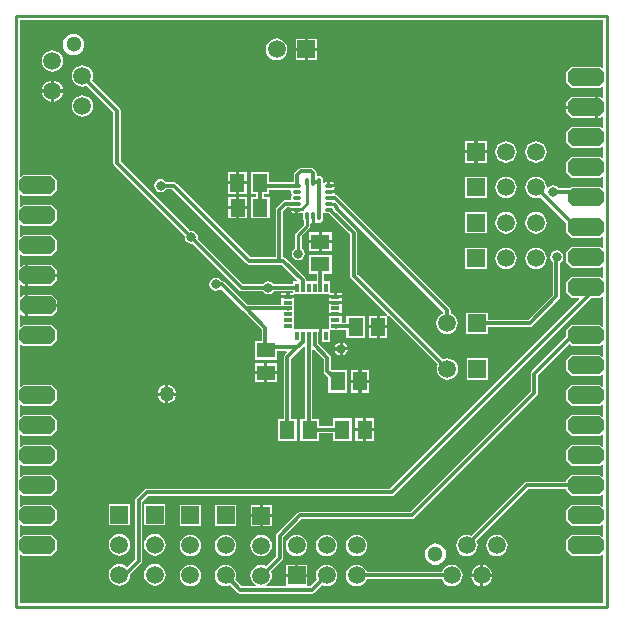
<source format=gtl>
%FSAX42Y42*%
%MOMM*%
G71*
G01*
G75*
G04 Layer_Physical_Order=1*
G04 Layer_Color=255*
%ADD10R,1.30X1.60*%
%ADD11R,1.60X1.30*%
%ADD12R,0.80X0.33*%
%ADD13R,0.33X0.80*%
%ADD14O,0.35X0.80*%
%ADD15O,0.80X0.35*%
%ADD16R,1.30X1.50*%
%ADD17C,0.30*%
%ADD18C,0.24*%
%ADD19C,0.25*%
%ADD20R,1.50X1.50*%
%ADD21C,1.50*%
%ADD22R,1.50X1.50*%
%ADD23C,1.30*%
G04:AMPARAMS|DCode=24|XSize=3mm|YSize=1.5mm|CornerRadius=0mm|HoleSize=0mm|Usage=FLASHONLY|Rotation=0.000|XOffset=0mm|YOffset=0mm|HoleType=Round|Shape=Octagon|*
%AMOCTAGOND24*
4,1,8,1.50,-0.38,1.50,0.38,1.13,0.75,-1.13,0.75,-1.50,0.38,-1.50,-0.38,-1.13,-0.75,1.13,-0.75,1.50,-0.38,0.0*
%
%ADD24OCTAGOND24*%

%ADD25C,1.27*%
%ADD26C,0.80*%
G36*
X007469Y007061D02*
X007458Y007057D01*
X007443Y007071D01*
X007203D01*
X007158Y007026D01*
Y006936D01*
X007203Y006891D01*
X007443D01*
X007458Y006906D01*
X007469Y006901D01*
Y006807D01*
X007458Y006803D01*
X007443Y006817D01*
X007426D01*
Y006727D01*
Y006637D01*
X007443D01*
X007458Y006652D01*
X007469Y006647D01*
Y006553D01*
X007458Y006549D01*
X007443Y006563D01*
X007203D01*
X007158Y006518D01*
Y006428D01*
X007203Y006383D01*
X007443D01*
X007458Y006398D01*
X007469Y006393D01*
Y006299D01*
X007458Y006295D01*
X007443Y006309D01*
X007203D01*
X007158Y006264D01*
Y006174D01*
X007203Y006129D01*
X007443D01*
X007458Y006144D01*
X007469Y006139D01*
Y006045D01*
X007458Y006041D01*
X007443Y006055D01*
X007203D01*
X007188Y006041D01*
X007091D01*
X007085Y006050D01*
X007066Y006062D01*
X007045Y006066D01*
X007024Y006062D01*
X007005Y006050D01*
X007004Y006048D01*
X006991Y006050D01*
X006988Y006073D01*
X006979Y006095D01*
X006964Y006114D01*
X006945Y006129D01*
X006923Y006138D01*
X006900Y006141D01*
X006877Y006138D01*
X006855Y006129D01*
X006836Y006114D01*
X006821Y006095D01*
X006812Y006073D01*
X006809Y006050D01*
X006812Y006027D01*
X006821Y006005D01*
X006836Y005986D01*
X006855Y005971D01*
X006877Y005962D01*
X006900Y005959D01*
X006923Y005962D01*
X006938Y005968D01*
X007158Y005749D01*
Y005666D01*
X007203Y005621D01*
X007443D01*
X007458Y005636D01*
X007469Y005631D01*
Y005537D01*
X007458Y005533D01*
X007443Y005547D01*
X007203D01*
X007158Y005502D01*
Y005412D01*
X007203Y005367D01*
X007443D01*
X007458Y005382D01*
X007469Y005377D01*
Y005283D01*
X007458Y005279D01*
X007443Y005293D01*
X007203D01*
X007158Y005248D01*
Y005158D01*
X007203Y005113D01*
X007263D01*
X007268Y005101D01*
X005665Y003498D01*
X003603D01*
X003591Y003496D01*
X003581Y003489D01*
X003581Y003489D01*
X003516Y003424D01*
X003509Y003414D01*
X003507Y003403D01*
X003507Y003402D01*
Y002903D01*
X003438Y002834D01*
X003437Y002834D01*
X003418Y002849D01*
X003396Y002858D01*
X003373Y002861D01*
X003350Y002858D01*
X003328Y002849D01*
X003309Y002834D01*
X003294Y002815D01*
X003285Y002793D01*
X003282Y002770D01*
X003285Y002747D01*
X003294Y002725D01*
X003309Y002706D01*
X003328Y002691D01*
X003350Y002682D01*
X003373Y002679D01*
X003396Y002682D01*
X003418Y002691D01*
X003437Y002706D01*
X003452Y002725D01*
X003461Y002747D01*
X003464Y002770D01*
X003463Y002773D01*
X003559Y002868D01*
X003566Y002878D01*
X003568Y002890D01*
X003568Y002890D01*
Y003390D01*
X003615Y003437D01*
X005677D01*
X005677Y003437D01*
X005689Y003439D01*
X005699Y003446D01*
X007366Y005113D01*
X007443D01*
X007458Y005128D01*
X007469Y005123D01*
Y004877D01*
X007458Y004872D01*
X007443Y004887D01*
X007203D01*
X007158Y004842D01*
Y004789D01*
X006863Y004494D01*
X006857Y004484D01*
X006854Y004472D01*
X006854Y004472D01*
Y004321D01*
X005836Y003303D01*
X004903D01*
X004903Y003303D01*
X004891Y003301D01*
X004881Y003294D01*
X004881Y003294D01*
X004708Y003122D01*
X004702Y003112D01*
X004699Y003100D01*
X004699Y003100D01*
Y002925D01*
X004616Y002842D01*
X004596Y002850D01*
X004573Y002853D01*
X004550Y002850D01*
X004528Y002841D01*
X004509Y002827D01*
X004494Y002808D01*
X004485Y002786D01*
X004482Y002762D01*
X004485Y002739D01*
X004494Y002717D01*
X004509Y002698D01*
X004528Y002684D01*
X004530Y002683D01*
X004527Y002671D01*
X004411D01*
X004355Y002727D01*
X004361Y002742D01*
X004364Y002765D01*
X004361Y002788D01*
X004352Y002810D01*
X004337Y002829D01*
X004318Y002844D01*
X004296Y002853D01*
X004273Y002856D01*
X004250Y002853D01*
X004228Y002844D01*
X004209Y002829D01*
X004194Y002810D01*
X004185Y002788D01*
X004182Y002765D01*
X004185Y002742D01*
X004194Y002720D01*
X004209Y002701D01*
X004228Y002686D01*
X004250Y002677D01*
X004273Y002674D01*
X004296Y002677D01*
X004311Y002683D01*
X004376Y002618D01*
X004376Y002618D01*
X004386Y002612D01*
X004398Y002609D01*
X005002D01*
X005002Y002609D01*
X005014Y002612D01*
X005024Y002618D01*
X005089Y002683D01*
X005104Y002677D01*
X005127Y002674D01*
X005150Y002677D01*
X005172Y002686D01*
X005191Y002701D01*
X005206Y002719D01*
X005215Y002741D01*
X005218Y002765D01*
X005215Y002788D01*
X005206Y002810D01*
X005191Y002829D01*
X005172Y002843D01*
X005150Y002852D01*
X005127Y002856D01*
X005104Y002852D01*
X005082Y002843D01*
X005063Y002829D01*
X005048Y002810D01*
X005039Y002788D01*
X005036Y002765D01*
X005039Y002741D01*
X005045Y002727D01*
X004990Y002671D01*
X004967D01*
X004963Y002675D01*
X004963Y002680D01*
X004963Y002680D01*
X004963D01*
Y002752D01*
X004783D01*
Y002680D01*
X004783Y002680D01*
X004783D01*
X004783Y002675D01*
X004779Y002671D01*
X004619D01*
X004616Y002683D01*
X004618Y002684D01*
X004637Y002698D01*
X004652Y002717D01*
X004661Y002739D01*
X004664Y002762D01*
X004661Y002786D01*
X004657Y002796D01*
X004752Y002891D01*
X004752Y002891D01*
X004758Y002901D01*
X004761Y002912D01*
Y003087D01*
X004915Y003242D01*
X005849D01*
X005849Y003242D01*
X005860Y003244D01*
X005870Y003251D01*
X006907Y004287D01*
X006907Y004287D01*
X006913Y004297D01*
X006913Y004297D01*
X006913Y004297D01*
X006916Y004309D01*
X006916Y004309D01*
Y004460D01*
X007176Y004721D01*
X007189D01*
X007203Y004707D01*
X007443D01*
X007458Y004721D01*
X007469Y004717D01*
Y004623D01*
X007458Y004618D01*
X007443Y004633D01*
X007203D01*
X007158Y004588D01*
Y004498D01*
X007203Y004453D01*
X007443D01*
X007458Y004467D01*
X007469Y004463D01*
Y004369D01*
X007458Y004364D01*
X007443Y004379D01*
X007203D01*
X007158Y004334D01*
Y004244D01*
X007203Y004199D01*
X007443D01*
X007458Y004213D01*
X007469Y004209D01*
Y004115D01*
X007458Y004110D01*
X007443Y004125D01*
X007203D01*
X007158Y004080D01*
Y003990D01*
X007203Y003945D01*
X007443D01*
X007458Y003959D01*
X007469Y003955D01*
Y003861D01*
X007458Y003856D01*
X007443Y003871D01*
X007203D01*
X007158Y003826D01*
Y003736D01*
X007203Y003691D01*
X007443D01*
X007458Y003705D01*
X007469Y003701D01*
Y003607D01*
X007458Y003602D01*
X007443Y003617D01*
X007203D01*
X007158Y003572D01*
Y003557D01*
X006822D01*
X006811Y003555D01*
X006801Y003548D01*
X006353Y003101D01*
X006338Y003107D01*
X006315Y003110D01*
X006291Y003107D01*
X006269Y003098D01*
X006250Y003083D01*
X006236Y003064D01*
X006227Y003042D01*
X006224Y003019D01*
X006227Y002996D01*
X006236Y002974D01*
X006250Y002955D01*
X006269Y002940D01*
X006291Y002931D01*
X006315Y002928D01*
X006338Y002931D01*
X006360Y002940D01*
X006379Y002955D01*
X006393Y002974D01*
X006402Y002996D01*
X006405Y003019D01*
X006402Y003042D01*
X006396Y003057D01*
X006835Y003496D01*
X007158D01*
Y003482D01*
X007203Y003437D01*
X007443D01*
X007458Y003451D01*
X007469Y003447D01*
Y003353D01*
X007458Y003348D01*
X007443Y003363D01*
X007203D01*
X007158Y003318D01*
Y003228D01*
X007203Y003183D01*
X007443D01*
X007458Y003197D01*
X007469Y003193D01*
Y003099D01*
X007458Y003094D01*
X007443Y003109D01*
X007203D01*
X007158Y003064D01*
Y002974D01*
X007203Y002929D01*
X007443D01*
X007458Y002943D01*
X007469Y002939D01*
Y002531D01*
X002531D01*
Y002939D01*
X002542Y002943D01*
X002557Y002929D01*
X002797D01*
X002842Y002974D01*
Y003064D01*
X002797Y003109D01*
X002557D01*
X002542Y003094D01*
X002531Y003099D01*
Y003193D01*
X002542Y003197D01*
X002557Y003183D01*
X002797D01*
X002842Y003228D01*
Y003318D01*
X002797Y003363D01*
X002557D01*
X002542Y003348D01*
X002531Y003353D01*
Y003447D01*
X002542Y003451D01*
X002557Y003437D01*
X002797D01*
X002842Y003482D01*
Y003572D01*
X002797Y003617D01*
X002557D01*
X002542Y003602D01*
X002531Y003607D01*
Y003701D01*
X002542Y003705D01*
X002557Y003691D01*
X002797D01*
X002842Y003736D01*
Y003826D01*
X002797Y003871D01*
X002557D01*
X002542Y003856D01*
X002531Y003861D01*
Y003955D01*
X002542Y003959D01*
X002557Y003945D01*
X002797D01*
X002842Y003990D01*
Y004080D01*
X002797Y004125D01*
X002557D01*
X002542Y004110D01*
X002531Y004115D01*
Y004209D01*
X002542Y004213D01*
X002557Y004199D01*
X002797D01*
X002842Y004244D01*
Y004334D01*
X002797Y004379D01*
X002557D01*
X002542Y004364D01*
X002531Y004369D01*
Y004717D01*
X002542Y004721D01*
X002557Y004707D01*
X002797D01*
X002842Y004752D01*
Y004842D01*
X002797Y004887D01*
X002557D01*
X002542Y004872D01*
X002531Y004877D01*
Y004973D01*
X002542Y004978D01*
X002559Y004961D01*
X002577D01*
Y005051D01*
Y005141D01*
X002559D01*
X002542Y005124D01*
X002531Y005128D01*
Y005225D01*
X002542Y005229D01*
X002557Y005215D01*
X002574D01*
Y005305D01*
Y005395D01*
X002557D01*
X002542Y005380D01*
X002531Y005385D01*
Y005479D01*
X002542Y005483D01*
X002557Y005469D01*
X002797D01*
X002842Y005514D01*
Y005604D01*
X002797Y005649D01*
X002557D01*
X002542Y005634D01*
X002531Y005639D01*
Y005733D01*
X002542Y005737D01*
X002557Y005723D01*
X002797D01*
X002842Y005768D01*
Y005858D01*
X002797Y005903D01*
X002557D01*
X002542Y005888D01*
X002531Y005893D01*
Y005987D01*
X002542Y005991D01*
X002557Y005977D01*
X002797D01*
X002842Y006022D01*
Y006112D01*
X002797Y006157D01*
X002557D01*
X002542Y006142D01*
X002531Y006147D01*
Y007469D01*
X007469D01*
Y007061D01*
D02*
G37*
%LPC*%
G36*
X005490Y004395D02*
X005423D01*
Y004312D01*
X005490D01*
Y004395D01*
D02*
G37*
G36*
X005397D02*
X005330D01*
Y004312D01*
X005397D01*
Y004395D01*
D02*
G37*
G36*
X004190Y005286D02*
X004169Y005282D01*
X004150Y005270D01*
X004138Y005251D01*
X004134Y005230D01*
X004138Y005209D01*
X004150Y005190D01*
X004169Y005178D01*
X004190Y005174D01*
X004211Y005178D01*
X004230Y005190D01*
X004236Y005191D01*
X004423Y005003D01*
X004423Y005003D01*
X004577Y004850D01*
Y004750D01*
X004517D01*
Y004590D01*
X004708D01*
Y004664D01*
X004787D01*
X004792Y004653D01*
X004773Y004634D01*
X004767Y004624D01*
X004764Y004612D01*
X004764Y004612D01*
Y004092D01*
X004715D01*
Y003903D01*
X004875D01*
Y004092D01*
X004826D01*
Y004600D01*
X004899Y004673D01*
X004899Y004673D01*
X004933Y004707D01*
X004944Y004702D01*
Y004092D01*
X004905D01*
Y003903D01*
X005065D01*
Y003967D01*
X005180D01*
Y003905D01*
X005340D01*
Y004095D01*
X005180D01*
Y004028D01*
X005065D01*
Y004092D01*
X005006D01*
Y004675D01*
X005017Y004679D01*
X005103Y004594D01*
Y004494D01*
X005103Y004494D01*
X005105Y004482D01*
X005112Y004472D01*
X005140Y004444D01*
Y004312D01*
X005300D01*
Y004503D01*
X005168D01*
X005164Y004506D01*
Y004606D01*
X005164Y004606D01*
X005162Y004618D01*
X005155Y004628D01*
X005155Y004628D01*
X005056Y004728D01*
Y004740D01*
X005062D01*
Y004795D01*
Y004850D01*
X004855D01*
Y004894D01*
Y004944D01*
Y004994D01*
Y005044D01*
Y005094D01*
Y005112D01*
X004745D01*
Y005094D01*
Y005056D01*
Y005056D01*
X004458D01*
X004262Y005252D01*
X004252Y005258D01*
X004240Y005261D01*
X004240Y005261D01*
X004236D01*
X004230Y005270D01*
X004211Y005282D01*
X004190Y005286D01*
D02*
G37*
G36*
X004600Y004467D02*
X004517D01*
Y004400D01*
X004600D01*
Y004467D01*
D02*
G37*
G36*
X003785Y004378D02*
Y004313D01*
X003850D01*
X003849Y004320D01*
X003841Y004340D01*
X003828Y004356D01*
X003812Y004369D01*
X003793Y004376D01*
X003785Y004378D01*
D02*
G37*
G36*
X003760D02*
X003752Y004376D01*
X003733Y004369D01*
X003717Y004356D01*
X003704Y004340D01*
X003696Y004320D01*
X003695Y004313D01*
X003760D01*
Y004378D01*
D02*
G37*
G36*
X003850Y004287D02*
X003785D01*
Y004222D01*
X003793Y004224D01*
X003812Y004231D01*
X003828Y004244D01*
X003841Y004260D01*
X003849Y004280D01*
X003850Y004287D01*
D02*
G37*
G36*
X005437Y004095D02*
X005370D01*
Y004013D01*
X005437D01*
Y004095D01*
D02*
G37*
G36*
X005530Y003987D02*
X005463D01*
Y003905D01*
X005530D01*
Y003987D01*
D02*
G37*
G36*
X005437D02*
X005370D01*
Y003905D01*
X005437D01*
Y003987D01*
D02*
G37*
G36*
X004663Y003360D02*
X004586D01*
Y003283D01*
X004663D01*
Y003360D01*
D02*
G37*
G36*
X003760Y004287D02*
X003695D01*
X003696Y004280D01*
X003704Y004260D01*
X003717Y004244D01*
X003733Y004231D01*
X003752Y004224D01*
X003760Y004222D01*
Y004287D01*
D02*
G37*
G36*
X005530Y004095D02*
X005463D01*
Y004013D01*
X005530D01*
Y004095D01*
D02*
G37*
G36*
X005263Y004736D02*
Y004695D01*
X005304D01*
X005302Y004704D01*
X005290Y004722D01*
X005271Y004734D01*
X005263Y004736D01*
D02*
G37*
G36*
X005237D02*
X005229Y004734D01*
X005210Y004722D01*
X005198Y004704D01*
X005196Y004695D01*
X005237D01*
Y004736D01*
D02*
G37*
G36*
X005304Y004670D02*
X005263D01*
Y004629D01*
X005271Y004631D01*
X005290Y004643D01*
X005302Y004661D01*
X005304Y004670D01*
D02*
G37*
G36*
X003059Y007084D02*
X003036Y007081D01*
X003014Y007072D01*
X002995Y007057D01*
X002980Y007038D01*
X002971Y007016D01*
X002968Y006993D01*
X002971Y006970D01*
X002980Y006948D01*
X002995Y006929D01*
X003014Y006914D01*
X003036Y006905D01*
X003059Y006902D01*
X003082Y006905D01*
X003097Y006911D01*
X003322Y006687D01*
Y006258D01*
X003322Y006258D01*
X003324Y006246D01*
X003331Y006236D01*
X003929Y005638D01*
X003926Y005628D01*
X003931Y005606D01*
X003943Y005588D01*
X003961Y005576D01*
X003983Y005571D01*
X003993Y005574D01*
X004388Y005178D01*
X004388Y005178D01*
X004394Y005174D01*
X004398Y005172D01*
X004410Y005169D01*
X004587D01*
X004593Y005160D01*
X004611Y005148D01*
X004633Y005144D01*
X004654Y005148D01*
X004672Y005160D01*
X004678Y005169D01*
X004844D01*
Y005156D01*
X004813D01*
Y005138D01*
X004855D01*
Y005145D01*
X005145D01*
Y005138D01*
X005187D01*
Y005156D01*
X005156D01*
Y005255D01*
X005106D01*
Y005320D01*
X005170D01*
Y005480D01*
X004980D01*
Y005320D01*
X005044D01*
Y005255D01*
X004956D01*
Y005265D01*
X004956Y005265D01*
X004953Y005277D01*
X004947Y005287D01*
X004784Y005449D01*
X004774Y005456D01*
X004762Y005458D01*
X004758Y005480D01*
Y005850D01*
X004790Y005882D01*
X004813D01*
X004821Y005872D01*
X004822Y005875D01*
X004822Y005875D01*
X004875D01*
Y005863D01*
X004888D01*
Y005829D01*
X004897D01*
X004910Y005832D01*
X004920Y005838D01*
X004930Y005831D01*
X004929Y005828D01*
Y005783D01*
X004932Y005770D01*
X004935Y005765D01*
Y005734D01*
X004868Y005667D01*
X004862Y005658D01*
X004860Y005647D01*
Y005535D01*
X004848Y005527D01*
X004836Y005509D01*
X004831Y005488D01*
X004836Y005466D01*
X004848Y005448D01*
X004866Y005436D01*
X004888Y005431D01*
X004909Y005436D01*
X004927Y005448D01*
X004939Y005466D01*
X004944Y005488D01*
X004939Y005509D01*
X004927Y005527D01*
X004915Y005535D01*
Y005636D01*
X004982Y005703D01*
X004982Y005703D01*
X004988Y005712D01*
X004990Y005722D01*
Y005744D01*
X005000Y005752D01*
X005000Y005752D01*
Y005805D01*
X005025D01*
Y005752D01*
X005036Y005759D01*
X005039D01*
X005050Y005752D01*
X005062Y005749D01*
X005075Y005752D01*
X005086Y005759D01*
X005093Y005770D01*
X005096Y005783D01*
Y005828D01*
X005096Y005829D01*
X005108Y005833D01*
X005110Y005832D01*
X005122Y005829D01*
X005147D01*
X005327Y005650D01*
Y005304D01*
X005327Y005303D01*
X005329Y005292D01*
X005336Y005282D01*
X005641Y004977D01*
X005638Y004969D01*
X005638Y004969D01*
X005636Y004965D01*
X005575D01*
Y004883D01*
X005642D01*
Y004959D01*
X005647Y004961D01*
X005647Y004961D01*
X005654Y004964D01*
X006067Y004551D01*
X006061Y004536D01*
X006058Y004512D01*
X006061Y004489D01*
X006070Y004467D01*
X006084Y004448D01*
X006103Y004434D01*
X006125Y004425D01*
X006149Y004422D01*
X006172Y004425D01*
X006194Y004434D01*
X006213Y004448D01*
X006227Y004467D01*
X006236Y004489D01*
X006239Y004512D01*
X006236Y004536D01*
X006227Y004558D01*
X006213Y004577D01*
X006194Y004591D01*
X006172Y004600D01*
X006149Y004603D01*
X006125Y004600D01*
X006110Y004594D01*
X005388Y005316D01*
Y005662D01*
X005386Y005674D01*
X005379Y005684D01*
X005201Y005863D01*
X005198Y005875D01*
X005191Y005886D01*
Y005889D01*
X005198Y005899D01*
X005210Y005901D01*
X006115Y004996D01*
X006113Y004984D01*
X006101Y004979D01*
X006082Y004964D01*
X006067Y004945D01*
X006058Y004923D01*
X006055Y004900D01*
X006058Y004877D01*
X006067Y004855D01*
X006082Y004836D01*
X006101Y004821D01*
X006123Y004812D01*
X006146Y004809D01*
X006169Y004812D01*
X006191Y004821D01*
X006210Y004836D01*
X006225Y004855D01*
X006234Y004877D01*
X006237Y004900D01*
X006234Y004923D01*
X006225Y004945D01*
X006210Y004964D01*
X006191Y004979D01*
X006177Y004985D01*
Y005008D01*
X006174Y005020D01*
X006168Y005030D01*
X005216Y005982D01*
X005206Y005988D01*
X005194Y005991D01*
X005194Y005993D01*
X005198Y006000D01*
X005145D01*
Y006025D01*
X005198D01*
X005191Y006036D01*
Y006039D01*
X005198Y006050D01*
X005145D01*
Y006062D01*
X005132D01*
Y006096D01*
X005122D01*
X005110Y006093D01*
X005107Y006091D01*
X005096Y006097D01*
Y006117D01*
X005093Y006130D01*
X005086Y006141D01*
X005075Y006148D01*
X005062Y006151D01*
X005053Y006149D01*
X005043Y006157D01*
Y006170D01*
X005041Y006182D01*
X005038Y006186D01*
X005034Y006192D01*
X005034Y006192D01*
X005017Y006209D01*
X005007Y006216D01*
X004995Y006218D01*
X004995Y006218D01*
X004913D01*
X004912Y006218D01*
X004901Y006216D01*
X004891Y006209D01*
X004858Y006177D01*
X004852Y006167D01*
X004849Y006155D01*
X004849Y006155D01*
Y006094D01*
X004845Y006093D01*
X004845Y006093D01*
X004642D01*
Y006178D01*
X004483D01*
Y005997D01*
X004532D01*
Y005967D01*
X004485D01*
Y005788D01*
X004645D01*
Y005967D01*
X004593D01*
Y005997D01*
X004642D01*
Y006032D01*
X004818D01*
X004826Y006022D01*
X004824Y006012D01*
X004827Y006000D01*
X004834Y005989D01*
Y005986D01*
X004827Y005975D01*
X004824Y005962D01*
X004826Y005953D01*
X004818Y005943D01*
X004778D01*
X004766Y005941D01*
X004762Y005938D01*
X004756Y005934D01*
X004756Y005934D01*
X004706Y005884D01*
X004699Y005874D01*
X004697Y005862D01*
X004697Y005862D01*
Y005458D01*
X004483D01*
X003854Y006087D01*
X003844Y006093D01*
X003833Y006096D01*
X003832Y006096D01*
X003768D01*
X003762Y006105D01*
X003744Y006117D01*
X003722Y006121D01*
X003701Y006117D01*
X003683Y006105D01*
X003671Y006086D01*
X003666Y006065D01*
X003671Y006044D01*
X003683Y006025D01*
X003701Y006013D01*
X003722Y006009D01*
X003744Y006013D01*
X003762Y006025D01*
X003768Y006034D01*
X003820D01*
X004448Y005406D01*
X004448Y005406D01*
X004458Y005399D01*
X004458Y005399D01*
X004458Y005399D01*
D01*
X004458Y005399D01*
X004458Y005399D01*
X004470Y005397D01*
X004470Y005397D01*
X004725D01*
X004725Y005397D01*
X004725Y005397D01*
X004750D01*
X004880Y005267D01*
X004875Y005255D01*
X004844D01*
Y005231D01*
X004678D01*
X004672Y005240D01*
X004654Y005252D01*
X004633Y005256D01*
X004611Y005252D01*
X004593Y005240D01*
X004587Y005231D01*
X004423D01*
X004036Y005617D01*
X004039Y005628D01*
X004034Y005649D01*
X004022Y005667D01*
X004004Y005679D01*
X003983Y005684D01*
X003972Y005681D01*
X003383Y006270D01*
Y006700D01*
X003381Y006711D01*
X003378Y006715D01*
X003374Y006721D01*
X003374Y006721D01*
X003141Y006955D01*
X003147Y006970D01*
X003150Y006993D01*
X003147Y007016D01*
X003138Y007038D01*
X003123Y007057D01*
X003104Y007072D01*
X003082Y007081D01*
X003059Y007084D01*
D02*
G37*
G36*
X005642Y004857D02*
X005575D01*
Y004775D01*
X005642D01*
Y004857D01*
D02*
G37*
G36*
X005550D02*
X005483D01*
Y004775D01*
X005550D01*
Y004857D01*
D02*
G37*
G36*
X005237Y004670D02*
X005196D01*
X005198Y004661D01*
X005210Y004643D01*
X005229Y004631D01*
X005237Y004629D01*
Y004670D01*
D02*
G37*
G36*
X005490Y004503D02*
X005423D01*
Y004420D01*
X005490D01*
Y004503D01*
D02*
G37*
G36*
X005397D02*
X005330D01*
Y004420D01*
X005397D01*
Y004503D01*
D02*
G37*
G36*
X004708Y004467D02*
X004625D01*
Y004400D01*
X004708D01*
Y004467D01*
D02*
G37*
G36*
Y004560D02*
X004625D01*
Y004493D01*
X004708D01*
Y004560D01*
D02*
G37*
G36*
X004600D02*
X004517D01*
Y004493D01*
X004600D01*
Y004560D01*
D02*
G37*
G36*
X006493Y004603D02*
X006312D01*
Y004422D01*
X006493D01*
Y004603D01*
D02*
G37*
G36*
X006047Y003036D02*
X006024Y003033D01*
X006002Y003024D01*
X005983Y003009D01*
X005969Y002990D01*
X005960Y002968D01*
X005957Y002945D01*
X005960Y002922D01*
X005969Y002900D01*
X005983Y002881D01*
X006002Y002866D01*
X006024Y002857D01*
X006047Y002854D01*
X006071Y002857D01*
X006093Y002866D01*
X006112Y002881D01*
X006126Y002900D01*
X006135Y002922D01*
X006138Y002945D01*
X006135Y002968D01*
X006126Y002990D01*
X006112Y003009D01*
X006093Y003024D01*
X006071Y003033D01*
X006047Y003036D01*
D02*
G37*
G36*
X006188Y002856D02*
X006164Y002853D01*
X006142Y002844D01*
X006123Y002829D01*
X006109Y002810D01*
X006103Y002796D01*
X005466D01*
X005460Y002810D01*
X005445Y002829D01*
X005426Y002843D01*
X005404Y002852D01*
X005381Y002856D01*
X005358Y002852D01*
X005336Y002843D01*
X005317Y002829D01*
X005302Y002810D01*
X005293Y002788D01*
X005290Y002765D01*
X005293Y002741D01*
X005302Y002719D01*
X005317Y002701D01*
X005336Y002686D01*
X005358Y002677D01*
X005381Y002674D01*
X005404Y002677D01*
X005426Y002686D01*
X005445Y002701D01*
X005460Y002719D01*
X005466Y002734D01*
X006103D01*
X006109Y002720D01*
X006123Y002701D01*
X006142Y002686D01*
X006164Y002677D01*
X006188Y002674D01*
X006211Y002677D01*
X006233Y002686D01*
X006252Y002701D01*
X006266Y002720D01*
X006275Y002742D01*
X006278Y002765D01*
X006275Y002788D01*
X006266Y002810D01*
X006252Y002829D01*
X006233Y002844D01*
X006211Y002853D01*
X006188Y002856D01*
D02*
G37*
G36*
X006454Y002854D02*
Y002778D01*
X006531D01*
X006529Y002788D01*
X006520Y002810D01*
X006506Y002829D01*
X006487Y002844D01*
X006465Y002853D01*
X006454Y002854D01*
D02*
G37*
G36*
X005127Y003110D02*
X005104Y003106D01*
X005082Y003097D01*
X005063Y003083D01*
X005048Y003064D01*
X005039Y003042D01*
X005036Y003019D01*
X005039Y002995D01*
X005048Y002973D01*
X005063Y002955D01*
X005082Y002940D01*
X005104Y002931D01*
X005127Y002928D01*
X005150Y002931D01*
X005172Y002940D01*
X005191Y002955D01*
X005206Y002973D01*
X005215Y002995D01*
X005218Y003019D01*
X005215Y003042D01*
X005206Y003064D01*
X005191Y003083D01*
X005172Y003097D01*
X005150Y003106D01*
X005127Y003110D01*
D02*
G37*
G36*
X004873D02*
X004850Y003106D01*
X004828Y003097D01*
X004809Y003083D01*
X004794Y003064D01*
X004785Y003042D01*
X004782Y003019D01*
X004785Y002995D01*
X004794Y002973D01*
X004809Y002955D01*
X004828Y002940D01*
X004850Y002931D01*
X004873Y002928D01*
X004896Y002931D01*
X004918Y002940D01*
X004937Y002955D01*
X004952Y002973D01*
X004961Y002995D01*
X004964Y003019D01*
X004961Y003042D01*
X004952Y003064D01*
X004937Y003083D01*
X004918Y003097D01*
X004896Y003106D01*
X004873Y003110D01*
D02*
G37*
G36*
X004573Y003107D02*
X004550Y003104D01*
X004528Y003095D01*
X004509Y003081D01*
X004494Y003062D01*
X004485Y003040D01*
X004482Y003017D01*
X004485Y002993D01*
X004494Y002971D01*
X004509Y002952D01*
X004528Y002938D01*
X004550Y002929D01*
X004573Y002926D01*
X004596Y002929D01*
X004618Y002938D01*
X004637Y002952D01*
X004652Y002971D01*
X004661Y002993D01*
X004664Y003017D01*
X004661Y003040D01*
X004652Y003062D01*
X004637Y003081D01*
X004618Y003095D01*
X004596Y003104D01*
X004573Y003107D01*
D02*
G37*
G36*
X006429Y002854D02*
X006418Y002853D01*
X006396Y002844D01*
X006377Y002829D01*
X006363Y002810D01*
X006354Y002788D01*
X006352Y002778D01*
X006429D01*
Y002854D01*
D02*
G37*
G36*
X006531Y002752D02*
X006454D01*
Y002676D01*
X006465Y002677D01*
X006487Y002686D01*
X006506Y002701D01*
X006520Y002720D01*
X006529Y002742D01*
X006531Y002752D01*
D02*
G37*
G36*
X006429D02*
X006352D01*
X006354Y002742D01*
X006363Y002720D01*
X006377Y002701D01*
X006396Y002686D01*
X006418Y002677D01*
X006429Y002676D01*
Y002752D01*
D02*
G37*
G36*
X003973Y002856D02*
X003950Y002853D01*
X003928Y002844D01*
X003909Y002829D01*
X003894Y002810D01*
X003885Y002788D01*
X003882Y002765D01*
X003885Y002742D01*
X003894Y002720D01*
X003909Y002701D01*
X003928Y002686D01*
X003950Y002677D01*
X003973Y002674D01*
X003996Y002677D01*
X004018Y002686D01*
X004037Y002701D01*
X004052Y002720D01*
X004061Y002742D01*
X004064Y002765D01*
X004061Y002788D01*
X004052Y002810D01*
X004037Y002829D01*
X004018Y002844D01*
X003996Y002853D01*
X003973Y002856D01*
D02*
G37*
G36*
X004963Y002855D02*
X004886D01*
Y002777D01*
X004963D01*
Y002855D01*
D02*
G37*
G36*
X004860D02*
X004783D01*
Y002777D01*
X004860D01*
Y002855D01*
D02*
G37*
G36*
X003673Y002861D02*
X003650Y002858D01*
X003628Y002849D01*
X003609Y002834D01*
X003594Y002815D01*
X003585Y002793D01*
X003582Y002770D01*
X003585Y002747D01*
X003594Y002725D01*
X003609Y002706D01*
X003628Y002691D01*
X003650Y002682D01*
X003673Y002679D01*
X003696Y002682D01*
X003718Y002691D01*
X003737Y002706D01*
X003752Y002725D01*
X003761Y002747D01*
X003764Y002770D01*
X003761Y002793D01*
X003752Y002815D01*
X003737Y002834D01*
X003718Y002849D01*
X003696Y002858D01*
X003673Y002861D01*
D02*
G37*
G36*
X004363Y003363D02*
X004183D01*
Y003183D01*
X004363D01*
Y003363D01*
D02*
G37*
G36*
X004063D02*
X003883D01*
Y003183D01*
X004063D01*
Y003363D01*
D02*
G37*
G36*
X004663Y003258D02*
X004586D01*
Y003181D01*
X004663D01*
Y003258D01*
D02*
G37*
G36*
X004560Y003360D02*
X004483D01*
Y003283D01*
X004560D01*
Y003360D01*
D02*
G37*
G36*
X003763Y003368D02*
X003583D01*
Y003188D01*
X003763D01*
Y003368D01*
D02*
G37*
G36*
X003463D02*
X003283D01*
Y003188D01*
X003463D01*
Y003368D01*
D02*
G37*
G36*
X004560Y003258D02*
X004483D01*
Y003181D01*
X004560D01*
Y003258D01*
D02*
G37*
G36*
X004273Y003110D02*
X004250Y003107D01*
X004228Y003098D01*
X004209Y003083D01*
X004194Y003064D01*
X004185Y003042D01*
X004182Y003019D01*
X004185Y002996D01*
X004194Y002974D01*
X004209Y002955D01*
X004228Y002940D01*
X004250Y002931D01*
X004273Y002928D01*
X004296Y002931D01*
X004318Y002940D01*
X004337Y002955D01*
X004352Y002974D01*
X004361Y002996D01*
X004364Y003019D01*
X004361Y003042D01*
X004352Y003064D01*
X004337Y003083D01*
X004318Y003098D01*
X004296Y003107D01*
X004273Y003110D01*
D02*
G37*
G36*
X003973D02*
X003950Y003107D01*
X003928Y003098D01*
X003909Y003083D01*
X003894Y003064D01*
X003885Y003042D01*
X003882Y003019D01*
X003885Y002996D01*
X003894Y002974D01*
X003909Y002955D01*
X003928Y002940D01*
X003950Y002931D01*
X003973Y002928D01*
X003996Y002931D01*
X004018Y002940D01*
X004037Y002955D01*
X004052Y002974D01*
X004061Y002996D01*
X004064Y003019D01*
X004061Y003042D01*
X004052Y003064D01*
X004037Y003083D01*
X004018Y003098D01*
X003996Y003107D01*
X003973Y003110D01*
D02*
G37*
G36*
X005381Y003110D02*
X005358Y003106D01*
X005336Y003097D01*
X005317Y003083D01*
X005302Y003064D01*
X005293Y003042D01*
X005290Y003019D01*
X005293Y002995D01*
X005302Y002973D01*
X005317Y002955D01*
X005336Y002940D01*
X005358Y002931D01*
X005381Y002928D01*
X005404Y002931D01*
X005426Y002940D01*
X005445Y002955D01*
X005460Y002973D01*
X005469Y002995D01*
X005472Y003019D01*
X005469Y003042D01*
X005460Y003064D01*
X005445Y003083D01*
X005426Y003097D01*
X005404Y003106D01*
X005381Y003110D01*
D02*
G37*
G36*
X003673Y003115D02*
X003650Y003112D01*
X003628Y003103D01*
X003609Y003088D01*
X003594Y003069D01*
X003585Y003047D01*
X003582Y003024D01*
X003585Y003001D01*
X003594Y002979D01*
X003609Y002960D01*
X003628Y002945D01*
X003650Y002936D01*
X003673Y002933D01*
X003696Y002936D01*
X003718Y002945D01*
X003737Y002960D01*
X003752Y002979D01*
X003761Y003001D01*
X003764Y003024D01*
X003761Y003047D01*
X003752Y003069D01*
X003737Y003088D01*
X003718Y003103D01*
X003696Y003112D01*
X003673Y003115D01*
D02*
G37*
G36*
X003373D02*
X003350Y003112D01*
X003328Y003103D01*
X003309Y003088D01*
X003294Y003069D01*
X003285Y003047D01*
X003282Y003024D01*
X003285Y003001D01*
X003294Y002979D01*
X003309Y002960D01*
X003328Y002945D01*
X003350Y002936D01*
X003373Y002933D01*
X003396Y002936D01*
X003418Y002945D01*
X003437Y002960D01*
X003452Y002979D01*
X003461Y003001D01*
X003464Y003024D01*
X003461Y003047D01*
X003452Y003069D01*
X003437Y003088D01*
X003418Y003103D01*
X003396Y003112D01*
X003373Y003115D01*
D02*
G37*
G36*
X006568Y003110D02*
X006545Y003107D01*
X006523Y003098D01*
X006504Y003083D01*
X006490Y003064D01*
X006481Y003042D01*
X006478Y003019D01*
X006481Y002996D01*
X006490Y002974D01*
X006504Y002955D01*
X006523Y002940D01*
X006545Y002931D01*
X006568Y002928D01*
X006592Y002931D01*
X006614Y002940D01*
X006633Y002955D01*
X006647Y002974D01*
X006656Y002996D01*
X006659Y003019D01*
X006656Y003042D01*
X006647Y003064D01*
X006633Y003083D01*
X006614Y003098D01*
X006592Y003107D01*
X006568Y003110D01*
D02*
G37*
G36*
X005550Y004965D02*
X005483D01*
Y004883D01*
X005550D01*
Y004965D01*
D02*
G37*
G36*
X006482Y006337D02*
X006405D01*
Y006260D01*
X006482D01*
Y006337D01*
D02*
G37*
G36*
X006379D02*
X006302D01*
Y006260D01*
X006379D01*
Y006337D01*
D02*
G37*
G36*
X006900Y006441D02*
X006877Y006438D01*
X006855Y006429D01*
X006836Y006414D01*
X006821Y006395D01*
X006812Y006373D01*
X006809Y006350D01*
X006812Y006327D01*
X006821Y006305D01*
X006836Y006286D01*
X006855Y006271D01*
X006877Y006262D01*
X006900Y006259D01*
X006923Y006262D01*
X006945Y006271D01*
X006964Y006286D01*
X006979Y006305D01*
X006988Y006327D01*
X006991Y006350D01*
X006988Y006373D01*
X006979Y006395D01*
X006964Y006414D01*
X006945Y006429D01*
X006923Y006438D01*
X006900Y006441D01*
D02*
G37*
G36*
X007400Y006714D02*
X007158D01*
Y006682D01*
X007203Y006637D01*
X007400D01*
Y006714D01*
D02*
G37*
G36*
X006482Y006440D02*
X006405D01*
Y006363D01*
X006482D01*
Y006440D01*
D02*
G37*
G36*
X006379D02*
X006302D01*
Y006363D01*
X006379D01*
Y006440D01*
D02*
G37*
G36*
X006646Y006441D02*
X006623Y006438D01*
X006601Y006429D01*
X006582Y006414D01*
X006567Y006395D01*
X006558Y006373D01*
X006555Y006350D01*
X006558Y006327D01*
X006567Y006305D01*
X006582Y006286D01*
X006601Y006271D01*
X006623Y006262D01*
X006646Y006259D01*
X006669Y006262D01*
X006691Y006271D01*
X006710Y006286D01*
X006725Y006305D01*
X006734Y006327D01*
X006737Y006350D01*
X006734Y006373D01*
X006725Y006395D01*
X006710Y006414D01*
X006691Y006429D01*
X006669Y006438D01*
X006646Y006441D01*
D02*
G37*
G36*
X004453Y006075D02*
X004385D01*
Y005997D01*
X004453D01*
Y006075D01*
D02*
G37*
G36*
X004360D02*
X004292D01*
Y005997D01*
X004360D01*
Y006075D01*
D02*
G37*
G36*
X006482Y006140D02*
X006302D01*
Y005960D01*
X006482D01*
Y006140D01*
D02*
G37*
G36*
X004453Y006178D02*
X004385D01*
Y006100D01*
X004453D01*
Y006178D01*
D02*
G37*
G36*
X004360D02*
X004292D01*
Y006100D01*
X004360D01*
Y006178D01*
D02*
G37*
G36*
X005167Y006096D02*
X005158D01*
Y006075D01*
X005198D01*
X005191Y006086D01*
X005180Y006093D01*
X005167Y006096D01*
D02*
G37*
G36*
X005047Y007207D02*
X004969D01*
Y007130D01*
X005047D01*
Y007207D01*
D02*
G37*
G36*
X004944D02*
X004867D01*
Y007130D01*
X004944D01*
Y007207D01*
D02*
G37*
G36*
X004703Y007311D02*
X004679Y007308D01*
X004657Y007299D01*
X004638Y007284D01*
X004624Y007265D01*
X004615Y007243D01*
X004612Y007220D01*
X004615Y007197D01*
X004624Y007175D01*
X004638Y007156D01*
X004657Y007141D01*
X004679Y007132D01*
X004703Y007129D01*
X004726Y007132D01*
X004748Y007141D01*
X004767Y007156D01*
X004781Y007175D01*
X004790Y007197D01*
X004793Y007220D01*
X004790Y007243D01*
X004781Y007265D01*
X004767Y007284D01*
X004748Y007299D01*
X004726Y007308D01*
X004703Y007311D01*
D02*
G37*
G36*
X005047Y007310D02*
X004969D01*
Y007233D01*
X005047D01*
Y007310D01*
D02*
G37*
G36*
X004944D02*
X004867D01*
Y007233D01*
X004944D01*
Y007310D01*
D02*
G37*
G36*
X002985Y007351D02*
X002962Y007348D01*
X002940Y007339D01*
X002921Y007324D01*
X002906Y007305D01*
X002897Y007283D01*
X002894Y007260D01*
X002897Y007237D01*
X002906Y007215D01*
X002921Y007196D01*
X002940Y007181D01*
X002962Y007172D01*
X002985Y007169D01*
X003008Y007172D01*
X003030Y007181D01*
X003049Y007196D01*
X003064Y007215D01*
X003073Y007237D01*
X003076Y007260D01*
X003073Y007283D01*
X003064Y007305D01*
X003049Y007324D01*
X003030Y007339D01*
X003008Y007348D01*
X002985Y007351D01*
D02*
G37*
G36*
X002805Y007211D02*
X002782Y007208D01*
X002760Y007199D01*
X002741Y007184D01*
X002726Y007165D01*
X002717Y007143D01*
X002714Y007120D01*
X002717Y007097D01*
X002726Y007075D01*
X002741Y007056D01*
X002760Y007041D01*
X002782Y007032D01*
X002805Y007029D01*
X002828Y007032D01*
X002850Y007041D01*
X002869Y007056D01*
X002884Y007075D01*
X002893Y007097D01*
X002896Y007120D01*
X002893Y007143D01*
X002884Y007165D01*
X002869Y007184D01*
X002850Y007199D01*
X002828Y007208D01*
X002805Y007211D01*
D02*
G37*
G36*
X002792Y006853D02*
X002716D01*
X002717Y006843D01*
X002726Y006821D01*
X002741Y006802D01*
X002760Y006787D01*
X002782Y006778D01*
X002792Y006777D01*
Y006853D01*
D02*
G37*
G36*
X007400Y006817D02*
X007203D01*
X007158Y006772D01*
Y006740D01*
X007400D01*
Y006817D01*
D02*
G37*
G36*
X003059Y006830D02*
X003036Y006827D01*
X003014Y006818D01*
X002995Y006803D01*
X002980Y006784D01*
X002971Y006762D01*
X002968Y006739D01*
X002971Y006716D01*
X002980Y006694D01*
X002995Y006675D01*
X003014Y006660D01*
X003036Y006651D01*
X003059Y006648D01*
X003082Y006651D01*
X003104Y006660D01*
X003123Y006675D01*
X003138Y006694D01*
X003147Y006716D01*
X003150Y006739D01*
X003147Y006762D01*
X003138Y006784D01*
X003123Y006803D01*
X003104Y006818D01*
X003082Y006827D01*
X003059Y006830D01*
D02*
G37*
G36*
X002818Y006955D02*
Y006879D01*
X002894D01*
X002893Y006889D01*
X002884Y006911D01*
X002869Y006930D01*
X002850Y006945D01*
X002828Y006954D01*
X002818Y006955D01*
D02*
G37*
G36*
X002792D02*
X002782Y006954D01*
X002760Y006945D01*
X002741Y006930D01*
X002726Y006911D01*
X002717Y006889D01*
X002716Y006879D01*
X002792D01*
Y006955D01*
D02*
G37*
G36*
X002894Y006853D02*
X002818D01*
Y006777D01*
X002828Y006778D01*
X002850Y006787D01*
X002869Y006802D01*
X002884Y006821D01*
X002893Y006843D01*
X002894Y006853D01*
D02*
G37*
G36*
X002797Y005395D02*
X002600D01*
Y005317D01*
X002842D01*
Y005350D01*
X002797Y005395D01*
D02*
G37*
G36*
X002842Y005292D02*
X002600D01*
Y005215D01*
X002797D01*
X002842Y005260D01*
Y005292D01*
D02*
G37*
G36*
X005255Y005156D02*
X005213D01*
Y005138D01*
X005255D01*
Y005156D01*
D02*
G37*
G36*
X006482Y005540D02*
X006302D01*
Y005360D01*
X006482D01*
Y005540D01*
D02*
G37*
G36*
X006900Y005541D02*
X006877Y005538D01*
X006855Y005529D01*
X006836Y005514D01*
X006821Y005495D01*
X006812Y005473D01*
X006809Y005450D01*
X006812Y005427D01*
X006821Y005405D01*
X006836Y005386D01*
X006855Y005371D01*
X006877Y005362D01*
X006900Y005359D01*
X006923Y005362D01*
X006945Y005371D01*
X006964Y005386D01*
X006979Y005405D01*
X006988Y005427D01*
X006991Y005450D01*
X006988Y005473D01*
X006979Y005495D01*
X006964Y005514D01*
X006945Y005529D01*
X006923Y005538D01*
X006900Y005541D01*
D02*
G37*
G36*
X006646D02*
X006623Y005538D01*
X006601Y005529D01*
X006582Y005514D01*
X006567Y005495D01*
X006558Y005473D01*
X006555Y005450D01*
X006558Y005427D01*
X006567Y005405D01*
X006582Y005386D01*
X006601Y005371D01*
X006623Y005362D01*
X006646Y005359D01*
X006669Y005362D01*
X006691Y005371D01*
X006710Y005386D01*
X006725Y005405D01*
X006734Y005427D01*
X006737Y005450D01*
X006734Y005473D01*
X006725Y005495D01*
X006710Y005514D01*
X006691Y005529D01*
X006669Y005538D01*
X006646Y005541D01*
D02*
G37*
G36*
X004787Y005156D02*
X004745D01*
Y005138D01*
X004787D01*
Y005156D01*
D02*
G37*
G36*
X002844Y005038D02*
X002602D01*
Y004961D01*
X002800D01*
X002844Y005006D01*
Y005038D01*
D02*
G37*
G36*
X007075Y005516D02*
X007054Y005512D01*
X007035Y005500D01*
X007023Y005481D01*
X007019Y005460D01*
X007023Y005439D01*
X007035Y005420D01*
X007042Y005416D01*
Y005140D01*
X006832Y004931D01*
X006490D01*
Y004990D01*
X006310D01*
Y004810D01*
X006490D01*
Y004869D01*
X006845D01*
X006845Y004869D01*
X006857Y004872D01*
X006867Y004878D01*
X007094Y005106D01*
X007094Y005106D01*
X007101Y005116D01*
X007103Y005128D01*
Y005413D01*
X007115Y005420D01*
X007127Y005439D01*
X007131Y005460D01*
X007127Y005481D01*
X007115Y005500D01*
X007096Y005512D01*
X007075Y005516D01*
D02*
G37*
G36*
X005453Y004965D02*
X005292D01*
Y004906D01*
X005255D01*
Y004944D01*
Y004962D01*
X005145D01*
Y004944D01*
Y004894D01*
Y004850D01*
X005088D01*
Y004795D01*
Y004740D01*
X005156D01*
Y004844D01*
X005193D01*
X005203Y004842D01*
X005212Y004844D01*
X005255D01*
Y004844D01*
X005292D01*
Y004775D01*
X005453D01*
Y004965D01*
D02*
G37*
G36*
X005255Y005112D02*
X005145D01*
Y005094D01*
Y005088D01*
X005255D01*
Y005094D01*
Y005112D01*
D02*
G37*
G36*
X002800Y005141D02*
X002602D01*
Y005063D01*
X002844D01*
Y005096D01*
X002800Y005141D01*
D02*
G37*
G36*
X005255Y005062D02*
X005145D01*
Y005044D01*
Y004994D01*
Y004988D01*
X005255D01*
Y004994D01*
Y005044D01*
Y005062D01*
D02*
G37*
G36*
X004862Y005850D02*
X004822D01*
X004829Y005839D01*
X004840Y005832D01*
X004853Y005829D01*
X004862D01*
Y005850D01*
D02*
G37*
G36*
X004455Y005865D02*
X004388D01*
Y005788D01*
X004455D01*
Y005865D01*
D02*
G37*
G36*
X004362D02*
X004295D01*
Y005788D01*
X004362D01*
Y005865D01*
D02*
G37*
G36*
X006646Y006141D02*
X006623Y006138D01*
X006601Y006129D01*
X006582Y006114D01*
X006567Y006095D01*
X006558Y006073D01*
X006555Y006050D01*
X006558Y006027D01*
X006567Y006005D01*
X006582Y005986D01*
X006601Y005971D01*
X006623Y005962D01*
X006646Y005959D01*
X006669Y005962D01*
X006691Y005971D01*
X006710Y005986D01*
X006725Y006005D01*
X006734Y006027D01*
X006737Y006050D01*
X006734Y006073D01*
X006725Y006095D01*
X006710Y006114D01*
X006691Y006129D01*
X006669Y006138D01*
X006646Y006141D01*
D02*
G37*
G36*
X004455Y005967D02*
X004388D01*
Y005890D01*
X004455D01*
Y005967D01*
D02*
G37*
G36*
X004362D02*
X004295D01*
Y005890D01*
X004362D01*
Y005967D01*
D02*
G37*
G36*
X006482Y005840D02*
X006302D01*
Y005660D01*
X006482D01*
Y005840D01*
D02*
G37*
G36*
X005062Y005670D02*
X004980D01*
Y005603D01*
X005062D01*
Y005670D01*
D02*
G37*
G36*
X005170Y005577D02*
X005088D01*
Y005510D01*
X005170D01*
Y005577D01*
D02*
G37*
G36*
X005062D02*
X004980D01*
Y005510D01*
X005062D01*
Y005577D01*
D02*
G37*
G36*
X006900Y005841D02*
X006877Y005838D01*
X006855Y005829D01*
X006836Y005814D01*
X006821Y005795D01*
X006812Y005773D01*
X006809Y005750D01*
X006812Y005727D01*
X006821Y005705D01*
X006836Y005686D01*
X006855Y005671D01*
X006877Y005662D01*
X006900Y005659D01*
X006923Y005662D01*
X006945Y005671D01*
X006964Y005686D01*
X006979Y005705D01*
X006988Y005727D01*
X006991Y005750D01*
X006988Y005773D01*
X006979Y005795D01*
X006964Y005814D01*
X006945Y005829D01*
X006923Y005838D01*
X006900Y005841D01*
D02*
G37*
G36*
X006646D02*
X006623Y005838D01*
X006601Y005829D01*
X006582Y005814D01*
X006567Y005795D01*
X006558Y005773D01*
X006555Y005750D01*
X006558Y005727D01*
X006567Y005705D01*
X006582Y005686D01*
X006601Y005671D01*
X006623Y005662D01*
X006646Y005659D01*
X006669Y005662D01*
X006691Y005671D01*
X006710Y005686D01*
X006725Y005705D01*
X006734Y005727D01*
X006737Y005750D01*
X006734Y005773D01*
X006725Y005795D01*
X006710Y005814D01*
X006691Y005829D01*
X006669Y005838D01*
X006646Y005841D01*
D02*
G37*
G36*
X005170Y005670D02*
X005088D01*
Y005603D01*
X005170D01*
Y005670D01*
D02*
G37*
%LPD*%
D10*
X005450Y004000D02*
D03*
X005260D02*
D03*
X004795Y003997D02*
D03*
X004985D02*
D03*
X005372Y004870D02*
D03*
X005562D02*
D03*
X005410Y004408D02*
D03*
X005220D02*
D03*
D11*
X005075Y005590D02*
D03*
Y005400D02*
D03*
X004612Y004670D02*
D03*
Y004480D02*
D03*
D12*
X005200Y005075D02*
D03*
Y005125D02*
D03*
Y004975D02*
D03*
Y005025D02*
D03*
Y004925D02*
D03*
Y004875D02*
D03*
X004800Y005075D02*
D03*
Y005125D02*
D03*
Y005025D02*
D03*
Y004925D02*
D03*
Y004975D02*
D03*
Y004874D02*
D03*
D13*
X005075Y005200D02*
D03*
X005025D02*
D03*
X005125D02*
D03*
Y004795D02*
D03*
X005025D02*
D03*
X004975D02*
D03*
X005075D02*
D03*
X004925Y005200D02*
D03*
X004875D02*
D03*
X004975D02*
D03*
X004875Y004795D02*
D03*
X004925D02*
D03*
D14*
X004962Y006095D02*
D03*
X005012D02*
D03*
X005062D02*
D03*
Y005805D02*
D03*
X005012D02*
D03*
X004962D02*
D03*
D15*
X005145Y006062D02*
D03*
Y006012D02*
D03*
Y005962D02*
D03*
Y005912D02*
D03*
Y005862D02*
D03*
X004875D02*
D03*
Y005912D02*
D03*
X004880Y005962D02*
D03*
Y006012D02*
D03*
Y006062D02*
D03*
D16*
X004562Y006088D02*
D03*
X004372D02*
D03*
X004565Y005878D02*
D03*
X004375D02*
D03*
D17*
X005075Y005200D02*
Y005400D01*
X004800Y005025D02*
X004801Y005024D01*
X004975Y004008D02*
Y004795D01*
X005135Y004683D02*
X005250D01*
X005075Y004742D02*
X005135Y004683D01*
X005075Y004742D02*
Y004795D01*
X004795Y003997D02*
Y004612D01*
X004985Y003997D02*
X005258D01*
X004878Y004695D02*
X004924Y004742D01*
X005200Y004875D02*
X005375D01*
X005381Y002765D02*
X006188D01*
X005381Y002765D02*
X005381Y002765D01*
X005200Y004875D02*
X005203Y004872D01*
X005335Y002765D02*
X005381D01*
X005002Y002640D02*
X005127Y002765D01*
X004398Y002640D02*
X005002D01*
X004273Y002765D02*
X004398Y002640D01*
X004573Y002762D02*
X004580D01*
X004730Y002912D01*
Y003100D01*
X003373Y002770D02*
X003417D01*
X003538Y002890D01*
X006315Y003019D02*
X006822Y003527D01*
X005025Y004715D02*
Y004795D01*
Y004715D02*
X005134Y004606D01*
X004924Y004794D02*
X004925Y004795D01*
X004924Y004742D02*
Y004794D01*
X006822Y003527D02*
X007413D01*
X003538Y002890D02*
Y003403D01*
X003603Y003467D01*
X006900Y006050D02*
X007239Y005711D01*
X007413D01*
X003059Y006993D02*
X003353Y006700D01*
X005134Y004494D02*
Y004606D01*
X004637Y004695D02*
X004878D01*
X004612Y004670D02*
X004637Y004695D01*
X005134Y004494D02*
X005220Y004408D01*
X004795Y004612D02*
X004878Y004695D01*
X003603Y003467D02*
X005677D01*
X007413Y005203D01*
X005012Y006095D02*
X005062D01*
X004880Y006062D02*
Y006155D01*
X004912Y006188D01*
X004995D01*
X005012Y006170D01*
Y006095D02*
Y006170D01*
X005062Y005805D02*
Y006095D01*
X004608Y004675D02*
X004612Y004670D01*
X004190Y005230D02*
X004240D01*
X004445Y005025D01*
X004608Y004862D01*
Y004675D02*
Y004862D01*
X003353Y006258D02*
Y006700D01*
X003833Y006065D02*
X004470Y005428D01*
X003722Y006065D02*
X003833D01*
X004588Y006062D02*
X004880D01*
X004562Y006088D02*
X004588Y006062D01*
X004445Y005025D02*
X004800D01*
X004562Y005880D02*
Y006088D01*
Y005880D02*
X004565Y005878D01*
X004778Y005912D02*
X004875D01*
X004728Y005862D02*
X004778Y005912D01*
X004728Y005430D02*
Y005862D01*
X004470Y005428D02*
X004725D01*
X004728Y005430D01*
X004725Y005428D02*
X004762D01*
X004925Y005265D01*
Y005200D02*
Y005265D01*
X003983Y005628D02*
X004410Y005200D01*
X003353Y006258D02*
X003983Y005628D01*
X004410Y005200D02*
X004633D01*
X004875D01*
X004730Y003100D02*
X004903Y003272D01*
X005849D01*
X006885Y004309D01*
Y004472D01*
X007209Y004797D01*
X007413D01*
X005358Y005303D02*
X006149Y004512D01*
X005358Y005303D02*
Y005662D01*
X005158Y005862D02*
X005358Y005662D01*
X005145Y005862D02*
X005158D01*
X005145Y005962D02*
X005147Y005960D01*
X006400Y004900D02*
X006845D01*
X007072Y005128D01*
Y005458D01*
X007075Y005460D01*
X007045Y006010D02*
X007368D01*
X007413Y005965D01*
X005194Y005960D02*
X006146Y005008D01*
X005147Y005960D02*
X005194D01*
X006146Y004900D02*
Y005008D01*
D18*
X004962Y005722D02*
Y005805D01*
X004888Y005647D02*
X004962Y005722D01*
X004888Y005488D02*
Y005647D01*
D19*
X004880Y005867D02*
X004916D01*
X004875Y005862D02*
X004880Y005867D01*
X004962Y005914D02*
Y006095D01*
X004916Y005867D02*
X004962Y005914D01*
X005186Y005908D02*
X005213Y005881D01*
Y005875D02*
Y005881D01*
X005145Y005912D02*
X005150Y005908D01*
X005186D01*
X002500Y002500D02*
X007500D01*
Y007500D01*
X002500D02*
X007500D01*
X002500Y002500D02*
Y007500D01*
D20*
X004956Y007220D02*
D03*
X006392Y006050D02*
D03*
Y005750D02*
D03*
Y005450D02*
D03*
X004873Y002765D02*
D03*
X006403Y004512D02*
D03*
X006400Y004900D02*
D03*
D21*
X004703Y007220D02*
D03*
X004573Y002762D02*
D03*
Y003017D02*
D03*
X006900Y006350D02*
D03*
X006646D02*
D03*
X003059Y006739D02*
D03*
X002805Y006866D02*
D03*
X003059Y006993D02*
D03*
X002805Y007120D02*
D03*
X003673Y002770D02*
D03*
Y003024D02*
D03*
X004273Y002765D02*
D03*
Y003019D02*
D03*
X006900Y006050D02*
D03*
X006646D02*
D03*
X003973Y002765D02*
D03*
Y003019D02*
D03*
X006900Y005750D02*
D03*
X006646D02*
D03*
X006900Y005450D02*
D03*
X006646D02*
D03*
X003373Y002770D02*
D03*
Y003024D02*
D03*
X004873Y003019D02*
D03*
X005127Y002765D02*
D03*
Y003019D02*
D03*
X005381Y002765D02*
D03*
Y003019D02*
D03*
X006188Y002765D02*
D03*
X006442D02*
D03*
X006315Y003019D02*
D03*
X006568D02*
D03*
X006149Y004512D02*
D03*
X006146Y004900D02*
D03*
D22*
X004573Y003271D02*
D03*
X006392Y006350D02*
D03*
X003673Y003278D02*
D03*
X004273Y003273D02*
D03*
X003973D02*
D03*
X003373Y003278D02*
D03*
D23*
X002985Y007260D02*
D03*
X006047Y002945D02*
D03*
D24*
X002677Y003273D02*
D03*
Y003019D02*
D03*
Y003527D02*
D03*
Y003781D02*
D03*
Y004289D02*
D03*
Y004035D02*
D03*
X002680Y005051D02*
D03*
X002677Y004797D02*
D03*
Y005559D02*
D03*
Y005305D02*
D03*
Y006067D02*
D03*
Y005813D02*
D03*
X007323Y006473D02*
D03*
Y004035D02*
D03*
Y003781D02*
D03*
Y004543D02*
D03*
Y004289D02*
D03*
Y003273D02*
D03*
Y003019D02*
D03*
Y003527D02*
D03*
Y006219D02*
D03*
Y005965D02*
D03*
Y006981D02*
D03*
Y006727D02*
D03*
Y005203D02*
D03*
Y004797D02*
D03*
Y005711D02*
D03*
Y005457D02*
D03*
D25*
X003772Y004300D02*
D03*
D26*
X005250Y004683D02*
D03*
X004190Y005230D02*
D03*
X003722Y006065D02*
D03*
X003983Y005628D02*
D03*
X004888Y005488D02*
D03*
X004633Y005200D02*
D03*
X004562Y005865D02*
D03*
X004560Y006083D02*
D03*
X007075Y005460D02*
D03*
X007045Y006010D02*
D03*
X007347Y007203D02*
D03*
X002635Y006230D02*
D03*
X002690Y004553D02*
D03*
X002738Y002745D02*
D03*
X003265Y005660D02*
D03*
X003262Y005122D02*
D03*
X003630Y005680D02*
D03*
Y004805D02*
D03*
X004125Y003575D02*
D03*
X005810Y002605D02*
D03*
X005788Y002955D02*
D03*
X006905Y002805D02*
D03*
X006345Y003447D02*
D03*
X006965Y004175D02*
D03*
X006290Y004710D02*
D03*
X006445Y006755D02*
D03*
X005747Y006582D02*
D03*
X004517Y005115D02*
D03*
X005328Y005172D02*
D03*
Y006088D02*
D03*
X004815Y005733D02*
D03*
X005075Y005590D02*
D03*
X004195Y005983D02*
D03*
X004203Y004870D02*
D03*
X005858Y007195D02*
D03*
M02*

</source>
